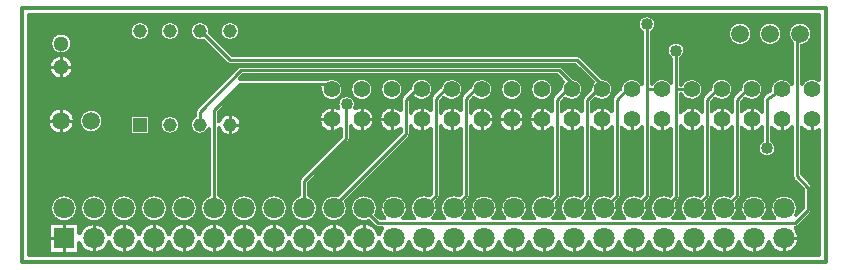
<source format=gbr>
G04 DesignSpark PCB Gerber Version 11.0 Build 5877*
%FSLAX35Y35*%
%MOIN*%
%ADD106R,0.04563X0.04563*%
%ADD103R,0.07087X0.07087*%
%ADD11C,0.01000*%
%ADD10C,0.01200*%
%ADD13C,0.04000*%
%ADD107C,0.04563*%
%ADD105C,0.05118*%
%ADD102C,0.05500*%
%ADD108C,0.05916*%
%ADD104C,0.07087*%
X0Y0D02*
D02*
D10*
X1083Y600D02*
X269075D01*
Y85314D01*
X1083D01*
Y600D01*
X3484Y82913D02*
Y3000D01*
X266676D01*
Y44368D01*
G75*
G02*
X260969Y45245I-2360J3654D01*
G01*
Y29709D01*
X263599Y27079D01*
G75*
G02*
X264569Y25608I-630J-1471D01*
G01*
Y17793D01*
G75*
G02*
X264099Y16660I-1600J0D01*
G01*
X259726Y12287D01*
G75*
G02*
X258909Y11848I-1133J1130D01*
G01*
G75*
G02*
X255079Y3272I-3830J-3433D01*
G01*
G75*
G02*
X250079Y7209I0J5143D01*
G01*
G75*
G02*
X240079I-5000J1206D01*
G01*
G75*
G02*
X230079I-5000J1206D01*
G01*
G75*
G02*
X220079I-5000J1206D01*
G01*
G75*
G02*
X210079I-5000J1206D01*
G01*
G75*
G02*
X200079I-5000J1206D01*
G01*
G75*
G02*
X190079I-5000J1206D01*
G01*
G75*
G02*
X180079I-5000J1206D01*
G01*
G75*
G02*
X170079I-5000J1206D01*
G01*
G75*
G02*
X160079I-5000J1206D01*
G01*
G75*
G02*
X150079I-5000J1206D01*
G01*
G75*
G02*
X140079I-5000J1206D01*
G01*
G75*
G02*
X130079I-5000J1206D01*
G01*
G75*
G02*
X120079I-5000J1206D01*
G01*
G75*
G02*
X110079I-5000J1206D01*
G01*
G75*
G02*
X100079I-5000J1206D01*
G01*
G75*
G02*
X90079I-5000J1206D01*
G01*
G75*
G02*
X80079I-5000J1206D01*
G01*
G75*
G02*
X70079I-5000J1206D01*
G01*
G75*
G02*
X60079I-5000J1206D01*
G01*
G75*
G02*
X50079I-5000J1206D01*
G01*
G75*
G02*
X40079I-5000J1206D01*
G01*
G75*
G02*
X30079I-5000J1206D01*
G01*
G75*
G02*
X20222Y6722I-5000J1206D01*
G01*
Y3273D01*
X9935D01*
Y13557D01*
X20222D01*
Y10108D01*
G75*
G02*
X30079Y9620I4857J-1693D01*
G01*
G75*
G02*
X40079I5000J-1206D01*
G01*
G75*
G02*
X50079I5000J-1206D01*
G01*
G75*
G02*
X60079I5000J-1206D01*
G01*
G75*
G02*
X70079I5000J-1206D01*
G01*
G75*
G02*
X80079I5000J-1206D01*
G01*
G75*
G02*
X90079I5000J-1206D01*
G01*
G75*
G02*
X100079I5000J-1206D01*
G01*
G75*
G02*
X110079I5000J-1206D01*
G01*
G75*
G02*
X120079I5000J-1206D01*
G01*
G75*
G02*
X121221Y11817I5000J-1206D01*
G01*
X119799D01*
G75*
G02*
X118667Y12287I0J1600D01*
G01*
X116836Y14117D01*
G75*
G02*
X110435Y18415I-1757J4298D01*
G01*
G75*
G02*
X115079Y23058I4643J0D01*
G01*
G75*
G02*
X119201Y16278I0J-4643D01*
G01*
X120462Y15017D01*
X121915D01*
G75*
G02*
X125079Y23058I3164J3398D01*
G01*
G75*
G02*
X128243Y15017I0J-4643D01*
G01*
X131915D01*
G75*
G02*
X136836Y22713I3164J3398D01*
G01*
X137415Y23292D01*
Y44969D01*
G75*
G02*
X130612Y45742I-3098J3053D01*
G01*
Y43107D01*
G75*
G02*
X130142Y41974I-1600J0D01*
G01*
X109027Y20859D01*
G75*
G02*
X105079Y13772I-3948J-2444D01*
G01*
G75*
G02*
X100435Y18415I0J4643D01*
G01*
G75*
G02*
X106483Y22841I4643J0D01*
G01*
X127412Y43770D01*
Y44966D01*
G75*
G02*
X119967Y48022I-3095J3056D01*
G01*
G75*
G02*
X127412Y51078I4350J0D01*
G01*
Y54680D01*
G75*
G02*
X127882Y55812I1600J0D01*
G01*
X130487Y58417D01*
G75*
G02*
X138167Y58022I3830J-395D01*
G01*
G75*
G02*
X131748Y55154I-3850J0D01*
G01*
X130612Y54017D01*
Y50302D01*
G75*
G02*
X137415Y51075I3705J-2280D01*
G01*
Y54989D01*
G75*
G02*
X137885Y56122I1600J0D01*
G01*
X140542Y58778D01*
G75*
G02*
X148167Y58022I3775J-756D01*
G01*
G75*
G02*
X141591Y55303I-3850J0D01*
G01*
X140615Y54326D01*
Y50307D01*
G75*
G02*
X147418Y51072I3702J-2285D01*
G01*
Y54989D01*
G75*
G02*
X147888Y56122I1600J0D01*
G01*
X150541Y58774D01*
G75*
G02*
X158167Y58022I3776J-752D01*
G01*
G75*
G02*
X151593Y55301I-3850J0D01*
G01*
X150618Y54326D01*
Y50312D01*
G75*
G02*
X158667Y48022I3698J-2290D01*
G01*
G75*
G02*
X150618Y45732I-4350J0D01*
G01*
Y22629D01*
G75*
G02*
X150148Y21496I-1600J0D01*
G01*
X149202Y20550D01*
G75*
G02*
X148243Y15017I-4123J-2135D01*
G01*
X151915D01*
G75*
G02*
X155079Y23058I3164J3398D01*
G01*
G75*
G02*
X158243Y15017I0J-4643D01*
G01*
X161915D01*
G75*
G02*
X165079Y23058I3164J3398D01*
G01*
G75*
G02*
X168243Y15017I0J-4643D01*
G01*
X171915D01*
G75*
G02*
X177062Y22613I3164J3398D01*
G01*
X177743Y23295D01*
Y45343D01*
G75*
G02*
X169967Y48022I-3427J2680D01*
G01*
G75*
G02*
X177743Y50702I4350J0D01*
G01*
Y54676D01*
G75*
G02*
X178213Y55809I1600J0D01*
G01*
X180467Y58063D01*
G75*
G02*
X181466Y60610I3850J-41D01*
G01*
X179306Y62770D01*
X74822D01*
X73631Y61579D01*
G75*
G02*
X73847Y61594I215J-1586D01*
G01*
X102879D01*
G75*
G02*
X108167Y58022I1437J-3572D01*
G01*
G75*
G02*
X100467I-3850J0D01*
G01*
G75*
G02*
X100485Y58394I3850J-1D01*
G01*
X74510D01*
X66694Y50578D01*
Y47386D01*
G75*
G02*
X74285Y46243I3709J-1143D01*
G01*
G75*
G02*
X66694Y45100I-3881J0D01*
G01*
Y22768D01*
G75*
G02*
X65079Y13772I-1616J-4353D01*
G01*
G75*
G02*
X63494Y22780I0J4643D01*
G01*
Y44871D01*
G75*
G02*
X57022Y46243I-3091J1372D01*
G01*
G75*
G02*
X58806Y49223I3381J0D01*
G01*
Y50616D01*
G75*
G02*
X59276Y51748I1600J0D01*
G01*
X73027Y65500D01*
G75*
G02*
X74160Y65970I1133J-1130D01*
G01*
X179969D01*
G75*
G02*
X181101Y65500I0J-1600D01*
G01*
X184754Y61847D01*
G75*
G02*
X188167Y58022I-438J-3825D01*
G01*
G75*
G02*
X181930Y55001I-3850J0D01*
G01*
X180943Y54014D01*
Y50769D01*
G75*
G02*
X187746Y50698I3373J-2746D01*
G01*
Y54367D01*
G75*
G02*
X188217Y55500I1600J0D01*
G01*
X190476Y57759D01*
G75*
G02*
X190467Y58022I3843J264D01*
G01*
G75*
G02*
X191322Y60441I3850J0D01*
G01*
X185555Y66209D01*
X70411D01*
G75*
G02*
X69278Y66677I-2J1600D01*
G01*
X61615Y74338D01*
G75*
G02*
X57022Y77495I-1211J3157D01*
G01*
G75*
G02*
X63785I3381J0D01*
G01*
G75*
G02*
X63707Y76772I-3382J0D01*
G01*
X71071Y69409D01*
X186217D01*
G75*
G02*
X187350Y68939I0J-1600D01*
G01*
X194418Y61871D01*
G75*
G02*
X198167Y58022I-102J-3849D01*
G01*
G75*
G02*
X192109Y54867I-3850J0D01*
G01*
X190946Y53704D01*
Y50772D01*
G75*
G02*
X197750Y50693I3370J-2750D01*
G01*
Y54676D01*
G75*
G02*
X198220Y55809I1600J0D01*
G01*
X200467Y58056D01*
G75*
G02*
X207753Y59758I3850J-34D01*
G01*
Y77032D01*
G75*
G02*
X206253Y79687I1600J2655D01*
G01*
G75*
G02*
X212453I3100J0D01*
G01*
G75*
G02*
X210953Y77032I-3100J0D01*
G01*
Y59895D01*
G75*
G02*
X217443Y60269I3364J-1873D01*
G01*
Y68280D01*
G75*
G02*
X215943Y70935I1600J2655D01*
G01*
G75*
G02*
X222143I3100J0D01*
G01*
G75*
G02*
X220643Y68280I-3100J0D01*
G01*
Y59622D01*
X220815D01*
G75*
G02*
X228167Y58022I3502J-1600D01*
G01*
G75*
G02*
X220815Y56422I-3850J0D01*
G01*
X220643D01*
Y50352D01*
G75*
G02*
X227759Y50681I3673J-2330D01*
G01*
Y54676D01*
G75*
G02*
X228229Y55809I1600J0D01*
G01*
X230467Y58047D01*
G75*
G02*
X238167Y58022I3850J-25D01*
G01*
G75*
G02*
X231939Y54994I-3850J0D01*
G01*
X230959Y54014D01*
Y50788D01*
G75*
G02*
X237762Y50677I3357J-2766D01*
G01*
Y54676D01*
G75*
G02*
X238232Y55809I1600J0D01*
G01*
X240467Y58044D01*
G75*
G02*
X248167Y58022I3850J-22D01*
G01*
G75*
G02*
X241941Y54993I-3850J0D01*
G01*
X240962Y54014D01*
Y50792D01*
G75*
G02*
X247765Y50673I3354J-2770D01*
G01*
Y54989D01*
G75*
G02*
X248536Y56357I1600J0D01*
G01*
X250496Y57546D01*
G75*
G02*
X250467Y58022I3819J476D01*
G01*
G75*
G02*
X257769Y59727I3850J0D01*
G01*
Y73532D01*
G75*
G02*
X256411Y76561I2700J3029D01*
G01*
G75*
G02*
X264526I4058J0D01*
G01*
G75*
G02*
X260969Y72535I-4058J0D01*
G01*
Y59923D01*
G75*
G02*
X266676Y61064I3348J-1901D01*
G01*
Y82913D01*
X3484D01*
X9583Y47490D02*
G75*
G02*
X18699I4558J0D01*
G01*
G75*
G02*
X9583I-4558J0D01*
G01*
X15079Y23058D02*
G75*
G02*
X19722Y18415I0J-4643D01*
G01*
G75*
G02*
X15079Y13772I-4643J0D01*
G01*
G75*
G02*
X10435Y18415I0J4643D01*
G01*
G75*
G02*
X15079Y23058I4643J0D01*
G01*
X14141Y69594D02*
G75*
G02*
X18300Y65435I0J-4159D01*
G01*
G75*
G02*
X14141Y61276I-4159J0D01*
G01*
G75*
G02*
X9982Y65435I0J4159D01*
G01*
G75*
G02*
X14141Y69594I4159J0D01*
G01*
X10482Y73309D02*
G75*
G02*
X17800I3659J0D01*
G01*
G75*
G02*
X10482I-3659J0D01*
G01*
X20083Y47490D02*
G75*
G02*
X28199I4058J0D01*
G01*
G75*
G02*
X20083I-4058J0D01*
G01*
X25079Y23058D02*
G75*
G02*
X29722Y18415I0J-4643D01*
G01*
G75*
G02*
X25079Y13772I-4643J0D01*
G01*
G75*
G02*
X20435Y18415I0J4643D01*
G01*
G75*
G02*
X25079Y23058I4643J0D01*
G01*
X35079D02*
G75*
G02*
X39722Y18415I0J-4643D01*
G01*
G75*
G02*
X35079Y13772I-4643J0D01*
G01*
G75*
G02*
X30435Y18415I0J4643D01*
G01*
G75*
G02*
X35079Y23058I4643J0D01*
G01*
X37021Y49624D02*
X43785D01*
Y42862D01*
X37021D01*
Y49624D01*
X45079Y23058D02*
G75*
G02*
Y13772I0J-4643D01*
G01*
G75*
G02*
X40435Y18415I0J4643D01*
G01*
G75*
G02*
X45079Y23058I4643J0D01*
G01*
X37022Y77495D02*
G75*
G02*
X43785I3381J0D01*
G01*
G75*
G02*
X37022I-3381J0D01*
G01*
X47022Y46243D02*
G75*
G02*
X53785I3381J0D01*
G01*
G75*
G02*
X47022I-3381J0D01*
G01*
X55079Y23058D02*
G75*
G02*
X59722Y18415I0J-4643D01*
G01*
G75*
G02*
X55079Y13772I-4643J0D01*
G01*
G75*
G02*
X50435Y18415I0J4643D01*
G01*
G75*
G02*
X55079Y23058I4643J0D01*
G01*
X47022Y77495D02*
G75*
G02*
X53785I3381J0D01*
G01*
G75*
G02*
X47022I-3381J0D01*
G01*
X67022D02*
G75*
G02*
X73785I3381J0D01*
G01*
G75*
G02*
X67022I-3381J0D01*
G01*
X236411Y76561D02*
G75*
G02*
X244526I4058J0D01*
G01*
G75*
G02*
X236411I-4058J0D01*
G01*
X246411D02*
G75*
G02*
X254526I4058J0D01*
G01*
G75*
G02*
X246411I-4058J0D01*
G01*
X110467Y58022D02*
G75*
G02*
X118167I3850J0D01*
G01*
G75*
G02*
X110467I-3850J0D01*
G01*
X120467D02*
G75*
G02*
X128167I3850J0D01*
G01*
G75*
G02*
X120467I-3850J0D01*
G01*
X159967Y48022D02*
G75*
G02*
X168667I4350J0D01*
G01*
G75*
G02*
X159967I-4350J0D01*
G01*
X160467Y58022D02*
G75*
G02*
X168167I3850J0D01*
G01*
G75*
G02*
X160467I-3850J0D01*
G01*
X170467D02*
G75*
G02*
X178167I3850J0D01*
G01*
G75*
G02*
X170467I-3850J0D01*
G01*
X112111Y51772D02*
G75*
G02*
X118667Y48022I2206J-3750D01*
G01*
G75*
G02*
X110606Y45752I-4350J0D01*
G01*
Y41547D01*
G75*
G02*
X110135Y40415I-1600J0D01*
G01*
X96680Y26958D01*
Y22773D01*
G75*
G02*
X95079Y13772I-1602J-4358D01*
G01*
G75*
G02*
X93480Y22774I0J4643D01*
G01*
Y27620D01*
G75*
G02*
X93950Y28753I1600J0D01*
G01*
X107406Y42210D01*
Y44959D01*
G75*
G02*
X99967Y48022I-3089J3063D01*
G01*
G75*
G02*
X106526Y51769I4350J0D01*
G01*
G75*
G02*
X106218Y53117I2792J1348D01*
G01*
G75*
G02*
X112418I3100J0D01*
G01*
G75*
G02*
X112111Y51772I-3100J0D01*
G01*
X85079Y23058D02*
G75*
G02*
X89722Y18415I0J-4643D01*
G01*
G75*
G02*
X85079Y13772I-4643J0D01*
G01*
G75*
G02*
X80435Y18415I0J4643D01*
G01*
G75*
G02*
X85079Y23058I4643J0D01*
G01*
X75079D02*
G75*
G02*
Y13772I0J-4643D01*
G01*
G75*
G02*
X70435Y18415I0J4643D01*
G01*
G75*
G02*
X75079Y23058I4643J0D01*
G01*
X4084Y18415D02*
G36*
X4084Y18415D02*
Y3600D01*
X9935D01*
Y13557D01*
X20222D01*
Y10108D01*
G75*
G02*
X30079Y9620I4857J-1693D01*
G01*
G75*
G02*
X40079I5000J-1206D01*
G01*
G75*
G02*
X50079I5000J-1206D01*
G01*
G75*
G02*
X60079I5000J-1206D01*
G01*
G75*
G02*
X70079I5000J-1206D01*
G01*
G75*
G02*
X80079I5000J-1206D01*
G01*
G75*
G02*
X90079I5000J-1206D01*
G01*
G75*
G02*
X100079I5000J-1206D01*
G01*
G75*
G02*
X110079I5000J-1206D01*
G01*
G75*
G02*
X120079I5000J-1206D01*
G01*
G75*
G02*
X121221Y11817I5002J-1206D01*
G01*
X119799D01*
G75*
G02*
X118667Y12287I0J1599D01*
G01*
X116836Y14117D01*
G75*
G02*
X110435Y18415I-1757J4298D01*
G01*
X109722D01*
G75*
G02*
X105079Y13772I-4643J0D01*
G01*
G75*
G02*
X100435Y18415I0J4643D01*
G01*
Y18415D01*
X99722D01*
G75*
G02*
X95079Y13772I-4643J0D01*
G01*
G75*
G02*
X90435Y18415I0J4643D01*
G01*
X89722D01*
Y18415D01*
G75*
G02*
X85079Y13772I-4643J0D01*
G01*
G75*
G02*
X80435Y18415I0J4643D01*
G01*
Y18415D01*
X79722D01*
G75*
G02*
X75079Y13772I-4643J0D01*
G01*
G75*
G02*
X70435Y18415I0J4643D01*
G01*
Y18415D01*
X69722D01*
G75*
G02*
X65079Y13772I-4643J0D01*
G01*
G75*
G02*
X60435Y18415I0J4643D01*
G01*
X59722D01*
Y18415D01*
G75*
G02*
X55079Y13772I-4643J0D01*
G01*
G75*
G02*
X50435Y18415I0J4643D01*
G01*
Y18415D01*
X49722D01*
G75*
G02*
X45079Y13772I-4643J0D01*
G01*
G75*
G02*
X40435Y18415I0J4643D01*
G01*
Y18415D01*
X39722D01*
Y18415D01*
G75*
G02*
X35079Y13772I-4643J0D01*
G01*
G75*
G02*
X30435Y18415I0J4643D01*
G01*
Y18415D01*
X29722D01*
Y18415D01*
G75*
G02*
X25079Y13772I-4643J0D01*
G01*
G75*
G02*
X20435Y18415I0J4643D01*
G01*
Y18415D01*
X19722D01*
Y18415D01*
G75*
G02*
X15079Y13772I-4643J0D01*
G01*
G75*
G02*
X10435Y18415I0J4643D01*
G01*
Y18415D01*
X4084D01*
G37*
X20222Y6722D02*
G36*
X20222Y6722D02*
Y3600D01*
X23270D01*
G75*
G02*
X20222Y6722I1808J4815D01*
G01*
G37*
X30079Y7209D02*
G36*
X30079Y7209D02*
G75*
G02*
X26887Y3600I-5000J1206D01*
G01*
X33270D01*
G75*
G02*
X30079Y7209I1808J4815D01*
G01*
G37*
X40079D02*
G36*
X40079Y7209D02*
G75*
G02*
X36887Y3600I-5000J1206D01*
G01*
X43270D01*
G75*
G02*
X40079Y7209I1808J4815D01*
G01*
G37*
X50079D02*
G36*
X50079Y7209D02*
G75*
G02*
X46887Y3600I-5000J1206D01*
G01*
X53270D01*
G75*
G02*
X50079Y7209I1808J4815D01*
G01*
G37*
X60079D02*
G36*
X60079Y7209D02*
G75*
G02*
X56887Y3600I-5000J1206D01*
G01*
X63270D01*
G75*
G02*
X60079Y7209I1808J4815D01*
G01*
G37*
X70079D02*
G36*
X70079Y7209D02*
G75*
G02*
X66887Y3600I-5000J1206D01*
G01*
X73270D01*
G75*
G02*
X70079Y7209I1808J4815D01*
G01*
G37*
X80079D02*
G36*
X80079Y7209D02*
G75*
G02*
X76887Y3600I-5000J1206D01*
G01*
X83270D01*
G75*
G02*
X80079Y7209I1808J4815D01*
G01*
G37*
X90079D02*
G36*
X90079Y7209D02*
G75*
G02*
X86887Y3600I-5000J1206D01*
G01*
X93270D01*
G75*
G02*
X90079Y7209I1808J4815D01*
G01*
G37*
X100079D02*
G36*
X100079Y7209D02*
G75*
G02*
X96887Y3600I-5000J1206D01*
G01*
X103270D01*
G75*
G02*
X100079Y7209I1808J4815D01*
G01*
G37*
X110079D02*
G36*
X110079Y7209D02*
G75*
G02*
X106887Y3600I-5000J1206D01*
G01*
X113270D01*
G75*
G02*
X110079Y7209I1808J4815D01*
G01*
G37*
X119722Y18415D02*
G36*
X119722Y18415D02*
G75*
G02*
X119201Y16278I-4643J0D01*
G01*
X120462Y15017D01*
X121915D01*
G75*
G02*
X120435Y18415I3165J3398D01*
G01*
X119722D01*
G37*
X120079Y7209D02*
G36*
X120079Y7209D02*
G75*
G02*
X116887Y3600I-5000J1206D01*
G01*
X123270D01*
G75*
G02*
X120079Y7209I1808J4815D01*
G01*
G37*
X129722Y18415D02*
G36*
X129722Y18415D02*
G75*
G02*
X128243Y15017I-4644J0D01*
G01*
X131915D01*
G75*
G02*
X130435Y18415I3164J3399D01*
G01*
X129722D01*
G37*
X130079Y7209D02*
G36*
X130079Y7209D02*
G75*
G02*
X126887Y3600I-5000J1206D01*
G01*
X133270D01*
G75*
G02*
X130079Y7209I1808J4815D01*
G01*
G37*
X140079D02*
G36*
X140079Y7209D02*
G75*
G02*
X136887Y3600I-5000J1206D01*
G01*
X143270D01*
G75*
G02*
X140079Y7209I1808J4815D01*
G01*
G37*
X149722Y18415D02*
G36*
X149722Y18415D02*
G75*
G02*
X148243Y15017I-4643J0D01*
G01*
X151915D01*
G75*
G02*
X150435Y18415I3165J3398D01*
G01*
X149722D01*
G37*
X150079Y7209D02*
G36*
X150079Y7209D02*
G75*
G02*
X146887Y3600I-5000J1206D01*
G01*
X153270D01*
G75*
G02*
X150079Y7209I1808J4815D01*
G01*
G37*
X159722Y18415D02*
G36*
X159722Y18415D02*
G75*
G02*
X158243Y15017I-4644J0D01*
G01*
X161915D01*
G75*
G02*
X160435Y18415I3165J3398D01*
G01*
X159722D01*
G37*
X160079Y7209D02*
G36*
X160079Y7209D02*
G75*
G02*
X156887Y3600I-5000J1206D01*
G01*
X163270D01*
G75*
G02*
X160079Y7209I1808J4815D01*
G01*
G37*
X169722Y18415D02*
G36*
X169722Y18415D02*
G75*
G02*
X168243Y15017I-4644J0D01*
G01*
X171915D01*
G75*
G02*
X170435Y18415I3165J3398D01*
G01*
X169722D01*
G37*
X170079Y7209D02*
G36*
X170079Y7209D02*
G75*
G02*
X166887Y3600I-5000J1206D01*
G01*
X173270D01*
G75*
G02*
X170079Y7209I1808J4815D01*
G01*
G37*
X180079D02*
G36*
X180079Y7209D02*
G75*
G02*
X176887Y3600I-5000J1206D01*
G01*
X183270D01*
G75*
G02*
X180079Y7209I1808J4815D01*
G01*
G37*
X190079D02*
G36*
X190079Y7209D02*
G75*
G02*
X186887Y3600I-5000J1206D01*
G01*
X193270D01*
G75*
G02*
X190079Y7209I1808J4815D01*
G01*
G37*
X200079D02*
G36*
X200079Y7209D02*
G75*
G02*
X196887Y3600I-5000J1206D01*
G01*
X203270D01*
G75*
G02*
X200079Y7209I1808J4815D01*
G01*
G37*
X210079D02*
G36*
X210079Y7209D02*
G75*
G02*
X206887Y3600I-5000J1206D01*
G01*
X213270D01*
G75*
G02*
X210079Y7209I1808J4815D01*
G01*
G37*
X220079D02*
G36*
X220079Y7209D02*
G75*
G02*
X216887Y3600I-5000J1206D01*
G01*
X223270D01*
G75*
G02*
X220079Y7209I1808J4815D01*
G01*
G37*
X230079D02*
G36*
X230079Y7209D02*
G75*
G02*
X226887Y3600I-5000J1206D01*
G01*
X233270D01*
G75*
G02*
X230079Y7209I1808J4815D01*
G01*
G37*
X240079D02*
G36*
X240079Y7209D02*
G75*
G02*
X236887Y3600I-5000J1206D01*
G01*
X243270D01*
G75*
G02*
X240079Y7209I1808J4815D01*
G01*
G37*
X250079D02*
G36*
X250079Y7209D02*
G75*
G02*
X246887Y3600I-5000J1206D01*
G01*
X253270D01*
G75*
G02*
X250079Y7209I1808J4815D01*
G01*
G37*
X259726Y12287D02*
G36*
X259726Y12287D02*
G75*
G02*
X258909Y11848I-1131J1127D01*
G01*
G75*
G02*
X260222Y8415I-3830J-3433D01*
G01*
G75*
G02*
X256887Y3600I-5143J0D01*
G01*
X266076D01*
Y18415D01*
X264569D01*
Y17793D01*
Y17793D01*
G75*
G02*
X264099Y16660I-1599J0D01*
G01*
X259726Y12287D01*
G37*
X4084Y47490D02*
G36*
X4084Y47490D02*
Y18415D01*
X10435D01*
Y18415D01*
G75*
G02*
X15079Y23058I4643J0D01*
G01*
G75*
G02*
X19722Y18415I0J-4643D01*
G01*
Y18415D01*
X20435D01*
Y18415D01*
G75*
G02*
X25079Y23058I4643J0D01*
G01*
G75*
G02*
X29722Y18415I0J-4643D01*
G01*
Y18415D01*
X30435D01*
Y18415D01*
G75*
G02*
X35079Y23058I4643J0D01*
G01*
G75*
G02*
X39722Y18415I0J-4643D01*
G01*
Y18415D01*
X40435D01*
Y18415D01*
G75*
G02*
X45079Y23058I4643J0D01*
G01*
G75*
G02*
X49722Y18415I0J-4643D01*
G01*
X50435D01*
Y18415D01*
G75*
G02*
X55079Y23058I4643J0D01*
G01*
G75*
G02*
X59722Y18415I0J-4643D01*
G01*
Y18415D01*
X60435D01*
G75*
G02*
X63494Y22780I4643J0D01*
G01*
Y44871D01*
G75*
G02*
X57022Y46243I-3091J1372D01*
G01*
G75*
G02*
X57261Y47490I3383J0D01*
G01*
X53547D01*
G75*
G02*
X53785Y46243I-3143J-1247D01*
G01*
G75*
G02*
X47022I-3381J0D01*
G01*
G75*
G02*
X47261Y47490I3381J0D01*
G01*
X43785D01*
Y42862D01*
X37021D01*
Y47490D01*
X28199D01*
G75*
G02*
X20083I-4058J0D01*
G01*
X18699D01*
G75*
G02*
X9583I-4558J0D01*
G01*
X4084D01*
G37*
X66694Y45100D02*
G36*
X66694Y45100D02*
Y22768D01*
G75*
G02*
X69722Y18415I-1616J-4353D01*
G01*
X70435D01*
Y18415D01*
G75*
G02*
X75079Y23058I4643J0D01*
G01*
G75*
G02*
X79722Y18415I0J-4643D01*
G01*
X80435D01*
Y18415D01*
G75*
G02*
X85079Y23058I4643J0D01*
G01*
G75*
G02*
X89722Y18415I0J-4643D01*
G01*
Y18415D01*
X90435D01*
G75*
G02*
X93480Y22774I4643J0D01*
G01*
Y27620D01*
Y27621D01*
G75*
G02*
X93950Y28753I1599J0D01*
G01*
X107406Y42210D01*
Y44959D01*
G75*
G02*
X99999Y47490I-3089J3063D01*
G01*
X74080D01*
G75*
G02*
X74285Y46243I-3676J-1246D01*
G01*
G75*
G02*
X66694Y45100I-3881J0D01*
G01*
G37*
Y47490D02*
G36*
X66694Y47490D02*
Y47386D01*
G75*
G02*
X66728Y47490I3711J-1142D01*
G01*
X66694D01*
G37*
X96680Y26958D02*
G36*
X96680Y26958D02*
Y22773D01*
G75*
G02*
X99722Y18415I-1602J-4358D01*
G01*
X100435D01*
G75*
G02*
Y18416I6445J0D01*
G01*
G75*
G02*
X106483Y22841I4643J0D01*
G01*
X127412Y43770D01*
Y44966D01*
G75*
G02*
X119999Y47490I-3095J3056D01*
G01*
X118634D01*
G75*
G02*
X110606Y45752I-4317J532D01*
G01*
Y41547D01*
Y41547D01*
G75*
G02*
X110135Y40415I-1599J0D01*
G01*
X96680Y26958D01*
G37*
X109722Y18415D02*
G36*
X109722Y18415D02*
X110435D01*
Y18415D01*
G75*
G02*
X115079Y23058I4643J0D01*
G01*
G75*
G02*
X119722Y18415I0J-4643D01*
G01*
X120435D01*
G75*
G02*
X125079Y23058I4643J0D01*
G01*
G75*
G02*
X129722Y18415I0J-4643D01*
G01*
X130435D01*
G75*
G02*
X136836Y22713I4643J0D01*
G01*
X137415Y23292D01*
Y44969D01*
G75*
G02*
X130612Y45742I-3098J3054D01*
G01*
Y43107D01*
Y43107D01*
G75*
G02*
X130142Y41974I-1599J0D01*
G01*
X109027Y20859D01*
G75*
G02*
X109722Y18415I-3949J-2444D01*
G01*
G37*
X149202Y20550D02*
G36*
X149202Y20550D02*
G75*
G02*
X149722Y18415I-4123J-2135D01*
G01*
X150435D01*
G75*
G02*
X155079Y23058I4643J0D01*
G01*
G75*
G02*
X159722Y18415I0J-4643D01*
G01*
X160435D01*
G75*
G02*
X165079Y23058I4643J0D01*
G01*
G75*
G02*
X169722Y18415I0J-4643D01*
G01*
X170435D01*
G75*
G02*
X177062Y22613I4643J0D01*
G01*
X177743Y23295D01*
Y45343D01*
G75*
G02*
X169999Y47490I-3427J2680D01*
G01*
X168634D01*
G75*
G02*
X159999I-4317J532D01*
G01*
X158634D01*
G75*
G02*
X150618Y45732I-4317J532D01*
G01*
Y22629D01*
Y22629D01*
G75*
G02*
X150148Y21496I-1599J0D01*
G01*
X149202Y20550D01*
G37*
X260969Y45245D02*
G36*
X260969Y45245D02*
Y29709D01*
X263599Y27079D01*
G75*
G02*
X264569Y25608I-630J-1471D01*
G01*
Y18415D01*
X266076D01*
Y44044D01*
G75*
G02*
X260969Y45245I-1760J3978D01*
G01*
G37*
X4084Y58022D02*
G36*
X4084Y58022D02*
Y47490D01*
X9583D01*
G75*
G02*
X18699I4558J0D01*
G01*
X20083D01*
G75*
G02*
X28199I4058J0D01*
G01*
X37021D01*
Y49624D01*
X43785D01*
Y47490D01*
X47261D01*
G75*
G02*
X53547I3143J-1246D01*
G01*
X57261D01*
G75*
G02*
X58806Y49223I3144J-1247D01*
G01*
Y50616D01*
Y50616D01*
G75*
G02*
X59276Y51748I1599J0D01*
G01*
X65549Y58022D01*
X4084D01*
G37*
X66694Y50578D02*
G36*
X66694Y50578D02*
Y47490D01*
X66728D01*
G75*
G02*
X74080I3676J-1246D01*
G01*
X99999D01*
G75*
G02*
X99967Y48022I4318J532D01*
G01*
G75*
G02*
X106526Y51769I4350J0D01*
G01*
G75*
G02*
X106218Y53115I2787J1346D01*
G01*
G75*
G02*
Y53117I3562J1D01*
G01*
G75*
G02*
X112418I3100J0D01*
G01*
G75*
G02*
X112111Y51772I-3106J2D01*
G01*
G75*
G02*
X118667Y48022I2206J-3750D01*
G01*
Y48022D01*
G75*
G02*
X118634Y47490I-4350J0D01*
G01*
X119999D01*
G75*
G02*
X119967Y48022I4318J532D01*
G01*
G75*
G02*
X127412Y51078I4350J0D01*
G01*
Y54680D01*
Y54680D01*
G75*
G02*
X127882Y55812I1599J0D01*
G01*
X130092Y58022D01*
X128167D01*
G75*
G02*
X120467I-3850J0D01*
G01*
X118167D01*
G75*
G02*
X110467I-3850J0D01*
G01*
X108167D01*
G75*
G02*
X100467I-3850J0D01*
G01*
X74138D01*
X66694Y50578D01*
G37*
X130612Y54017D02*
G36*
X130612Y54017D02*
Y50302D01*
G75*
G02*
X137415Y51075I3705J-2280D01*
G01*
Y54989D01*
Y54989D01*
G75*
G02*
X137885Y56122I1599J0D01*
G01*
X139785Y58022D01*
X138167D01*
G75*
G02*
X131748Y55154I-3850J0D01*
G01*
X130612Y54017D01*
G37*
X140615Y54326D02*
G36*
X140615Y54326D02*
Y50307D01*
G75*
G02*
X147418Y51072I3702J-2285D01*
G01*
Y54989D01*
Y54989D01*
G75*
G02*
X147888Y56122I1599J0D01*
G01*
X149789Y58022D01*
X148167D01*
G75*
G02*
X141591Y55303I-3850J0D01*
G01*
X140615Y54326D01*
G37*
X150618D02*
G36*
X150618Y54326D02*
Y50312D01*
G75*
G02*
X158667Y48022I3698J-2290D01*
G01*
G75*
G02*
X158634Y47490I-4350J0D01*
G01*
X159999D01*
G75*
G02*
X159967Y48022I4318J532D01*
G01*
G75*
G02*
X168667I4350J0D01*
G01*
G75*
G02*
X168634Y47490I-4350J0D01*
G01*
X169999D01*
G75*
G02*
X169967Y48022I4318J532D01*
G01*
G75*
G02*
X177743Y50702I4350J0D01*
G01*
Y54676D01*
Y54677D01*
G75*
G02*
X178213Y55809I1599J0D01*
G01*
X180426Y58022D01*
X178167D01*
G75*
G02*
X170467I-3850J0D01*
G01*
X168167D01*
G75*
G02*
X160467I-3850J0D01*
G01*
X158167D01*
G75*
G02*
X151593Y55301I-3850J0D01*
G01*
X150618Y54326D01*
G37*
X180943Y54014D02*
G36*
X180943Y54014D02*
Y50769D01*
G75*
G02*
X187746Y50698I3373J-2747D01*
G01*
Y54367D01*
Y54367D01*
G75*
G02*
X188217Y55500I1599J0D01*
G01*
X190476Y57759D01*
G75*
G02*
X190467Y58022I3992J269D01*
G01*
X188167D01*
G75*
G02*
X181930Y55001I-3850J0D01*
G01*
X180943Y54014D01*
G37*
X190946Y53704D02*
G36*
X190946Y53704D02*
Y50772D01*
G75*
G02*
X197750Y50693I3370J-2750D01*
G01*
Y54676D01*
Y54677D01*
G75*
G02*
X198220Y55809I1599J0D01*
G01*
X200432Y58022D01*
X198167D01*
G75*
G02*
X192109Y54867I-3850J0D01*
G01*
X190946Y53704D01*
G37*
X220643Y56422D02*
G36*
X220643Y56422D02*
Y50352D01*
G75*
G02*
X227759Y50681I3673J-2330D01*
G01*
Y54676D01*
Y54677D01*
G75*
G02*
X228229Y55809I1599J0D01*
G01*
X230442Y58022D01*
X228167D01*
G75*
G02*
X220815Y56422I-3850J0D01*
G01*
X220643D01*
G37*
X230959Y54014D02*
G36*
X230959Y54014D02*
Y50788D01*
G75*
G02*
X237762Y50677I3357J-2766D01*
G01*
Y54676D01*
Y54677D01*
G75*
G02*
X238232Y55809I1599J0D01*
G01*
X240445Y58022D01*
X238167D01*
G75*
G02*
X231939Y54994I-3850J0D01*
G01*
X230959Y54014D01*
G37*
X240962D02*
G36*
X240962Y54014D02*
Y50792D01*
G75*
G02*
X247765Y50673I3354J-2770D01*
G01*
Y54989D01*
G75*
G02*
X248536Y56357I1600J0D01*
G01*
X250496Y57546D01*
G75*
G02*
X250467Y58022I3866J479D01*
G01*
X248167D01*
G75*
G02*
X241941Y54993I-3850J0D01*
G01*
X240962Y54014D01*
G37*
X4084Y65435D02*
G36*
X4084Y65435D02*
Y58022D01*
X65549D01*
X72962Y65435D01*
X18300D01*
G75*
G02*
X14141Y61276I-4159J0D01*
G01*
G75*
G02*
X9982Y65435I0J4159D01*
G01*
X4084D01*
G37*
X73631Y61579D02*
G36*
X73631Y61579D02*
G75*
G02*
X73847Y61594I213J-1543D01*
G01*
X102879D01*
G75*
G02*
X108167Y58022I1437J-3572D01*
G01*
X110467D01*
G75*
G02*
X118167I3850J0D01*
G01*
X120467D01*
G75*
G02*
X128167I3850J0D01*
G01*
X130092D01*
X130487Y58417D01*
G75*
G02*
X138167Y58022I3830J-395D01*
G01*
X139785D01*
X140542Y58778D01*
G75*
G02*
X148167Y58022I3775J-756D01*
G01*
X149789D01*
X150541Y58774D01*
G75*
G02*
X158167Y58022I3776J-752D01*
G01*
X160467D01*
G75*
G02*
X168167I3850J0D01*
G01*
X170467D01*
G75*
G02*
X178167I3850J0D01*
G01*
X180426D01*
X180467Y58063D01*
G75*
G02*
X181466Y60610I3851J-41D01*
G01*
X179306Y62770D01*
X74822D01*
X73631Y61579D01*
G37*
X74510Y58394D02*
G36*
X74510Y58394D02*
X74138Y58022D01*
X100467D01*
G75*
G02*
X100485Y58394I4004J-9D01*
G01*
X74510D01*
G37*
X181167Y65435D02*
G36*
X181167Y65435D02*
X184754Y61847D01*
G75*
G02*
X188167Y58022I-438J-3826D01*
G01*
X190467D01*
G75*
G02*
X191322Y60441I3850J0D01*
G01*
X186329Y65435D01*
X181167D01*
G37*
X190854D02*
G36*
X190854Y65435D02*
X194418Y61871D01*
G75*
G02*
X198167Y58022I-102J-3849D01*
G01*
X200432D01*
X200467Y58056D01*
G75*
G02*
X207753Y59758I3850J-34D01*
G01*
Y65435D01*
X190854D01*
G37*
X210953D02*
G36*
X210953Y65435D02*
Y59895D01*
G75*
G02*
X217443Y60269I3364J-1873D01*
G01*
Y65435D01*
X210953D01*
G37*
X220643D02*
G36*
X220643Y65435D02*
Y59622D01*
X220815D01*
G75*
G02*
X228167Y58022I3502J-1600D01*
G01*
X230442D01*
X230467Y58047D01*
G75*
G02*
X238167Y58022I3850J-25D01*
G01*
X240445D01*
X240467Y58044D01*
G75*
G02*
X248167Y58022I3850J-22D01*
G01*
X250467D01*
G75*
G02*
X257769Y59727I3850J0D01*
G01*
Y65435D01*
X220643D01*
G37*
X260969D02*
G36*
X260969Y65435D02*
Y59923D01*
G75*
G02*
X266076Y61446I3348J-1901D01*
G01*
Y65435D01*
X260969D01*
G37*
X4084Y73309D02*
G36*
X4084Y73309D02*
Y65435D01*
X9982D01*
G75*
G02*
X14141Y69594I4159J0D01*
G01*
G75*
G02*
X18300Y65435I0J-4159D01*
G01*
X72962D01*
X73027Y65500D01*
G75*
G02*
X74160Y65970I1132J-1129D01*
G01*
X179969D01*
G75*
G02*
X181101Y65500I0J-1599D01*
G01*
X181167Y65435D01*
X186329D01*
X185555Y66209D01*
X70411D01*
G75*
G02*
X69278Y66677I-2J1599D01*
G01*
X62645Y73309D01*
X17800D01*
G75*
G02*
X10482I-3659J0D01*
G01*
X4084D01*
G37*
X67170D02*
G36*
X67170Y73309D02*
X71071Y69409D01*
X186217D01*
G75*
G02*
X187350Y68939I0J-1599D01*
G01*
X190854Y65435D01*
X207753D01*
Y73309D01*
X67170D01*
G37*
X210953D02*
G36*
X210953Y73309D02*
Y65435D01*
X217443D01*
Y68280D01*
G75*
G02*
X215943Y70934I1599J2655D01*
G01*
Y70935D01*
G75*
G02*
X217050Y73309I3100J0D01*
G01*
X210953D01*
G37*
X220643Y68280D02*
G36*
X220643Y68280D02*
Y65435D01*
X257769D01*
Y73309D01*
X252894D01*
G75*
G02*
X248043I-2426J3253D01*
G01*
X242894D01*
G75*
G02*
X238043I-2426J3253D01*
G01*
X221037D01*
G75*
G02*
X222143Y70935I-1993J-2374D01*
G01*
Y70934D01*
G75*
G02*
X220643Y68280I-3099J0D01*
G01*
G37*
X260969Y72535D02*
G36*
X260969Y72535D02*
Y65435D01*
X266076D01*
Y73309D01*
X262894D01*
G75*
G02*
X260969Y72535I-2426J3254D01*
G01*
G37*
X4084Y77495D02*
G36*
X4084Y77495D02*
Y73309D01*
X10482D01*
G75*
G02*
X17800I3659J0D01*
G01*
X62645D01*
X61615Y74338D01*
G75*
G02*
X57022Y77495I-1211J3157D01*
G01*
X53785D01*
G75*
G02*
X47022I-3381J0D01*
G01*
X43785D01*
G75*
G02*
X37022I-3381J0D01*
G01*
X4084D01*
G37*
X63785D02*
G36*
X63785Y77495D02*
G75*
G02*
X63707Y76772I-3391J1D01*
G01*
X67170Y73309D01*
X207753D01*
Y77032D01*
G75*
G02*
X207161Y77495I1599J2655D01*
G01*
X73785D01*
G75*
G02*
X67022I-3381J0D01*
G01*
X63785D01*
G37*
X210953Y77032D02*
G36*
X210953Y77032D02*
Y73309D01*
X217050D01*
G75*
G02*
X221037I1993J-2374D01*
G01*
X238043D01*
G75*
G02*
X236411Y76561I2426J3253D01*
G01*
G75*
G02*
X236520Y77495I4058J0D01*
G01*
X211545D01*
G75*
G02*
X210953Y77032I-2191J2192D01*
G01*
G37*
X244526Y76561D02*
G36*
X244526Y76561D02*
G75*
G02*
X242894Y73309I-4058J0D01*
G01*
X248043D01*
G75*
G02*
X246411Y76561I2426J3253D01*
G01*
G75*
G02*
X246520Y77495I4058J0D01*
G01*
X244417D01*
G75*
G02*
X244526Y76561I-3949J-934D01*
G01*
G37*
X254526D02*
G36*
X254526Y76561D02*
G75*
G02*
X252894Y73309I-4058J0D01*
G01*
X257769D01*
Y73532D01*
G75*
G02*
X256411Y76561I2701J3030D01*
G01*
G75*
G02*
X256520Y77495I4058J0D01*
G01*
X254417D01*
G75*
G02*
X254526Y76561I-3949J-934D01*
G01*
G37*
X264526D02*
G36*
X264526Y76561D02*
G75*
G02*
X262894Y73309I-4058J0D01*
G01*
X266076D01*
Y77495D01*
X264417D01*
G75*
G02*
X264526Y76561I-3949J-934D01*
G01*
G37*
X4084Y82313D02*
G36*
X4084Y82313D02*
Y77495D01*
X37022D01*
G75*
G02*
X43785I3381J0D01*
G01*
X47022D01*
G75*
G02*
X53785I3381J0D01*
G01*
X57022D01*
G75*
G02*
X63785I3381J0D01*
G01*
X67022D01*
G75*
G02*
X73785I3381J0D01*
G01*
X207161D01*
G75*
G02*
X206253Y79687I2191J2192D01*
G01*
Y79687D01*
G75*
G02*
X207704Y82313I3100J0D01*
G01*
X4084D01*
G37*
X211002D02*
G36*
X211002Y82313D02*
G75*
G02*
X212453Y79687I-1649J-2625D01*
G01*
Y79687D01*
G75*
G02*
X211545Y77495I-3099J0D01*
G01*
X236520D01*
G75*
G02*
X244417I3949J-934D01*
G01*
X246520D01*
G75*
G02*
X254417I3949J-934D01*
G01*
X256520D01*
G75*
G02*
X264417I3949J-934D01*
G01*
X266076D01*
Y82313D01*
X211002D01*
G37*
X139201Y20552D02*
G75*
G02*
X138243Y15017I-4122J-2137D01*
G01*
X141915D01*
G75*
G02*
X146838Y22712I3164J3398D01*
G01*
X147418Y23292D01*
Y44972D01*
G75*
G02*
X140615Y45737I-3102J3050D01*
G01*
Y22629D01*
G75*
G02*
X140145Y21496I-1600J0D01*
G01*
X139201Y20552D01*
G36*
X139201Y20552D02*
G75*
G02*
X138243Y15017I-4122J-2137D01*
G01*
X141915D01*
G75*
G02*
X146838Y22712I3164J3398D01*
G01*
X147418Y23292D01*
Y44972D01*
G75*
G02*
X140615Y45737I-3102J3050D01*
G01*
Y22629D01*
G75*
G02*
X140145Y21496I-1600J0D01*
G01*
X139201Y20552D01*
G37*
X179307Y20333D02*
G75*
G02*
X178243Y15017I-4228J-1919D01*
G01*
X181915D01*
G75*
G02*
X187165Y22563I3164J3398D01*
G01*
X187746Y23144D01*
Y45346D01*
G75*
G02*
X180943Y45276I-3430J2676D01*
G01*
Y22632D01*
G75*
G02*
X180473Y21500I-1600J0D01*
G01*
X179307Y20333D01*
G36*
X179307Y20333D02*
G75*
G02*
X178243Y15017I-4228J-1919D01*
G01*
X181915D01*
G75*
G02*
X187165Y22563I3164J3398D01*
G01*
X187746Y23144D01*
Y45346D01*
G75*
G02*
X180943Y45276I-3430J2676D01*
G01*
Y22632D01*
G75*
G02*
X180473Y21500I-1600J0D01*
G01*
X179307Y20333D01*
G37*
X189354Y20227D02*
G75*
G02*
X188243Y15017I-4275J-1812D01*
G01*
X191915D01*
G75*
G02*
X197066Y22611I3164J3398D01*
G01*
X197750Y23295D01*
Y45351D01*
G75*
G02*
X190946Y45272I-3433J2671D01*
G01*
Y22482D01*
G75*
G02*
X190476Y21349I-1600J0D01*
G01*
X189354Y20227D01*
G36*
X189354Y20227D02*
G75*
G02*
X188243Y15017I-4275J-1812D01*
G01*
X191915D01*
G75*
G02*
X197066Y22611I3164J3398D01*
G01*
X197750Y23295D01*
Y45351D01*
G75*
G02*
X190946Y45272I-3433J2671D01*
G01*
Y22482D01*
G75*
G02*
X190476Y21349I-1600J0D01*
G01*
X189354Y20227D01*
G37*
X199309Y20329D02*
G75*
G02*
X198243Y15017I-4230J-1914D01*
G01*
X201915D01*
G75*
G02*
X207169Y22561I3164J3398D01*
G01*
X207753Y23144D01*
Y45355D01*
G75*
G02*
X200950Y45268I-3436J2667D01*
G01*
Y22632D01*
G75*
G02*
X200480Y21500I-1600J0D01*
G01*
X199309Y20329D01*
G36*
X199309Y20329D02*
G75*
G02*
X198243Y15017I-4230J-1914D01*
G01*
X201915D01*
G75*
G02*
X207169Y22561I3164J3398D01*
G01*
X207753Y23144D01*
Y45355D01*
G75*
G02*
X200950Y45268I-3436J2667D01*
G01*
Y22632D01*
G75*
G02*
X200480Y21500I-1600J0D01*
G01*
X199309Y20329D01*
G37*
X209356Y20222D02*
G75*
G02*
X208243Y15017I-4277J-1807D01*
G01*
X211915D01*
G75*
G02*
X217171Y22560I3164J3398D01*
G01*
X217443Y22832D01*
Y44998D01*
G75*
G02*
X210953Y45264I-3127J3024D01*
G01*
Y22482D01*
G75*
G02*
X210483Y21349I-1600J0D01*
G01*
X209356Y20222D01*
G36*
X209356Y20222D02*
G75*
G02*
X208243Y15017I-4277J-1807D01*
G01*
X211915D01*
G75*
G02*
X217171Y22560I3164J3398D01*
G01*
X217443Y22832D01*
Y44998D01*
G75*
G02*
X210953Y45264I-3127J3024D01*
G01*
Y22482D01*
G75*
G02*
X210483Y21349I-1600J0D01*
G01*
X209356Y20222D01*
G37*
X219357Y20220D02*
G75*
G02*
X218243Y15017I-4278J-1805D01*
G01*
X221915D01*
G75*
G02*
X227072Y22608I3164J3398D01*
G01*
X227759Y23295D01*
Y45363D01*
G75*
G02*
X220643Y45692I-3443J2659D01*
G01*
Y22169D01*
G75*
G02*
X220173Y21037I-1600J0D01*
G01*
X219357Y20220D01*
G36*
X219357Y20220D02*
G75*
G02*
X218243Y15017I-4278J-1805D01*
G01*
X221915D01*
G75*
G02*
X227072Y22608I3164J3398D01*
G01*
X227759Y23295D01*
Y45363D01*
G75*
G02*
X220643Y45692I-3443J2659D01*
G01*
Y22169D01*
G75*
G02*
X220173Y21037I-1600J0D01*
G01*
X219357Y20220D01*
G37*
X229312Y20322D02*
G75*
G02*
X228243Y15017I-4233J-1907D01*
G01*
X231915D01*
G75*
G02*
X237075Y22607I3164J3398D01*
G01*
X237762Y23295D01*
Y45367D01*
G75*
G02*
X230959Y45256I-3446J2655D01*
G01*
Y22632D01*
G75*
G02*
X230489Y21500I-1600J0D01*
G01*
X229312Y20322D01*
G36*
X229312Y20322D02*
G75*
G02*
X228243Y15017I-4233J-1907D01*
G01*
X231915D01*
G75*
G02*
X237075Y22607I3164J3398D01*
G01*
X237762Y23295D01*
Y45367D01*
G75*
G02*
X230959Y45256I-3446J2655D01*
G01*
Y22632D01*
G75*
G02*
X230489Y21500I-1600J0D01*
G01*
X229312Y20322D01*
G37*
X239313Y20320D02*
G75*
G02*
X238243Y15017I-4234J-1906D01*
G01*
X241915D01*
G75*
G02*
X245079Y23058I3164J3398D01*
G01*
G75*
G02*
X248243Y15017I0J-4643D01*
G01*
X251915D01*
G75*
G02*
X255079Y23058I3164J3398D01*
G01*
G75*
G02*
X259211Y16298I0J-4643D01*
G01*
X261369Y18456D01*
Y24783D01*
X258239Y27914D01*
G75*
G02*
X257769Y29046I1130J1133D01*
G01*
Y45375D01*
G75*
G02*
X250965Y45248I-3452J2647D01*
G01*
Y41080D01*
G75*
G02*
X252465Y38424I-1600J-2655D01*
G01*
G75*
G02*
X246265I-3100J0D01*
G01*
G75*
G02*
X247765Y41080I3100J0D01*
G01*
Y45371D01*
G75*
G02*
X240962Y45252I-3449J2651D01*
G01*
Y22632D01*
G75*
G02*
X240492Y21500I-1600J0D01*
G01*
X239313Y20320D01*
G36*
X239313Y20320D02*
G75*
G02*
X238243Y15017I-4234J-1906D01*
G01*
X241915D01*
G75*
G02*
X245079Y23058I3164J3398D01*
G01*
G75*
G02*
X248243Y15017I0J-4643D01*
G01*
X251915D01*
G75*
G02*
X255079Y23058I3164J3398D01*
G01*
G75*
G02*
X259211Y16298I0J-4643D01*
G01*
X261369Y18456D01*
Y24783D01*
X258239Y27914D01*
G75*
G02*
X257769Y29046I1130J1133D01*
G01*
Y45375D01*
G75*
G02*
X250965Y45248I-3452J2647D01*
G01*
Y41080D01*
G75*
G02*
X252465Y38424I-1600J-2655D01*
G01*
G75*
G02*
X246265I-3100J0D01*
G01*
G75*
G02*
X247765Y41080I3100J0D01*
G01*
Y45371D01*
G75*
G02*
X240962Y45252I-3449J2651D01*
G01*
Y22632D01*
G75*
G02*
X240492Y21500I-1600J0D01*
G01*
X239313Y20320D01*
G37*
D02*
D11*
X11683Y47490D02*
X9583D01*
X12035Y8415D02*
X9935D01*
X12082Y65435D02*
X9982D01*
X14141Y45032D02*
Y42932D01*
Y49948D02*
Y52048D01*
Y63376D02*
Y61276D01*
Y67494D02*
Y69594D01*
X15079Y5372D02*
Y3273D01*
Y11458D02*
Y13557D01*
X16200Y65435D02*
X18300D01*
X16599Y47490D02*
X18699D01*
X25079Y5372D02*
Y3272D01*
Y11458D02*
Y13558D01*
X35079Y5372D02*
Y3272D01*
Y11458D02*
Y13558D01*
X45079Y5372D02*
Y3272D01*
Y11458D02*
Y13558D01*
X55079Y5372D02*
Y3272D01*
Y11458D02*
Y13558D01*
X60404Y46243D02*
X60406D01*
Y50616D01*
X74160Y64370D01*
X179969D01*
X184317Y60022D01*
Y58022D01*
X65079Y5372D02*
Y3272D01*
Y11458D02*
Y13558D01*
Y18415D02*
X65720D01*
X65094Y19040D01*
Y51241D01*
X73847Y59994D01*
X82438D01*
X104317D01*
Y58022D01*
X70404Y44462D02*
Y42362D01*
Y48025D02*
Y50125D01*
X72185Y46243D02*
X74285D01*
X75079Y5372D02*
Y3272D01*
Y11458D02*
Y13558D01*
X85079Y5372D02*
Y3272D01*
Y11458D02*
Y13558D01*
X95079Y5372D02*
Y3272D01*
Y11458D02*
Y13558D01*
X102067Y48022D02*
X99967D01*
X104317Y45772D02*
Y43672D01*
Y50272D02*
Y52372D01*
X105079Y5372D02*
Y3272D01*
Y11458D02*
Y13558D01*
Y18415D02*
Y19174D01*
X129012Y43107D01*
Y54680D01*
X134013Y59681D01*
X134317D01*
Y58022D01*
X109318Y53117D02*
X109006D01*
Y41547D01*
X95079Y27620D01*
Y18415D01*
X114317Y45772D02*
Y43672D01*
Y50272D02*
Y52372D01*
X115079Y5372D02*
Y3272D01*
Y11458D02*
Y13558D01*
X116567Y48022D02*
X118667D01*
X122067D02*
X119967D01*
X124317Y45772D02*
Y43672D01*
Y50272D02*
Y52372D01*
X125079Y5372D02*
Y3272D01*
X134317Y45772D02*
Y43672D01*
Y50272D02*
Y52372D01*
X135079Y5372D02*
Y3272D01*
Y18415D02*
X135117Y18418D01*
Y18731D01*
X139015Y22629D01*
Y54989D01*
X142048Y58022D01*
X144317D01*
Y45772D02*
Y43672D01*
Y50272D02*
Y52372D01*
X145079Y5372D02*
Y3272D01*
Y18415D02*
X145120Y18418D01*
Y18731D01*
X149018Y22629D01*
Y54989D01*
X152051Y58022D01*
X154317D01*
Y45772D02*
Y43672D01*
Y50272D02*
Y52372D01*
X155079Y5372D02*
Y3272D01*
X156567Y48022D02*
X158667D01*
X162067D02*
X159967D01*
X164317Y45772D02*
Y43672D01*
Y50272D02*
Y52372D01*
X165079Y5372D02*
Y3272D01*
X166567Y48022D02*
X168667D01*
X172067D02*
X169967D01*
X174317Y45772D02*
Y43672D01*
Y50272D02*
Y52372D01*
X175079Y5372D02*
Y3272D01*
Y18415D02*
X175129Y18418D01*
X179343Y22632D01*
Y54676D01*
X182689Y58022D01*
X184317D01*
Y45772D02*
Y43672D01*
Y50272D02*
Y52372D01*
X185079Y5372D02*
Y3272D01*
X194317Y45772D02*
Y43672D01*
Y50272D02*
Y52372D01*
Y58022D02*
X194345D01*
Y59681D01*
Y59365D01*
X189346Y54367D01*
Y22482D01*
X185079Y18214D01*
Y18415D01*
X194345Y59681D02*
X186217Y67809D01*
X70409D01*
X60722Y77495D01*
X60404D01*
X195079Y5372D02*
Y3272D01*
Y18415D02*
X195135Y18418D01*
X199350Y22632D01*
Y54676D01*
X202695Y58022D01*
X204317D01*
Y45772D02*
Y43672D01*
X205079Y5372D02*
Y3272D01*
X209353Y59681D02*
Y58022D01*
X214317D01*
X209353Y59681D02*
Y79687D01*
Y59681D02*
Y22482D01*
X205079Y18208D01*
Y18415D01*
X214317Y45772D02*
Y43672D01*
X215079Y5372D02*
Y3272D01*
X219043Y54367D02*
Y22169D01*
X215079Y18205D01*
Y18415D01*
X219043Y70935D02*
Y54367D01*
X224317Y45772D02*
Y43672D01*
Y50272D02*
Y52372D01*
Y58022D02*
X219043D01*
Y54367D01*
X225079Y5372D02*
Y3272D01*
Y18415D02*
X225145Y18418D01*
X229359Y22632D01*
Y54676D01*
X232705Y58022D01*
X234317D01*
Y45772D02*
Y43672D01*
Y50272D02*
Y52372D01*
X235079Y5372D02*
Y3272D01*
Y18415D02*
X235148Y18418D01*
X239362Y22632D01*
Y54676D01*
X242708Y58022D01*
X244317D01*
Y45772D02*
Y43672D01*
Y50272D02*
Y52372D01*
X245079Y5372D02*
Y3272D01*
X249365Y38424D02*
Y54989D01*
X254367Y58022D01*
X254317D01*
Y45772D02*
Y43672D01*
X255079Y5372D02*
Y3272D01*
X258122Y8415D02*
X260222D01*
X260469Y76561D02*
X259369Y75461D01*
Y29046D01*
X262807Y25608D01*
X262969D01*
Y17793D01*
X258593Y13417D01*
X119799D01*
X115079Y18137D01*
Y18415D01*
X264317Y45772D02*
Y43672D01*
D02*
D13*
X109318Y53117D03*
X209353Y79687D03*
X219043Y70935D03*
X249365Y38424D03*
D02*
D102*
X104317Y48022D03*
Y58022D03*
X114317Y48022D03*
Y58022D03*
X124317Y48022D03*
Y58022D03*
X134317Y48022D03*
Y58022D03*
X144317Y48022D03*
Y58022D03*
X154317Y48022D03*
Y58022D03*
X164317Y48022D03*
Y58022D03*
X174317Y48022D03*
Y58022D03*
X184317Y48022D03*
Y58022D03*
X194317Y48022D03*
Y58022D03*
X204317Y48022D03*
Y58022D03*
X214317Y48022D03*
Y58022D03*
X224317Y48022D03*
Y58022D03*
X234317Y48022D03*
Y58022D03*
X244317Y48022D03*
Y58022D03*
X254317Y48022D03*
Y58022D03*
X264317Y48022D03*
Y58022D03*
D02*
D103*
X15079Y8415D03*
D02*
D104*
Y18415D03*
X25079Y8415D03*
Y18415D03*
X35079Y8415D03*
Y18415D03*
X45079Y8415D03*
Y18415D03*
X55079Y8415D03*
Y18415D03*
X65079Y8415D03*
Y18415D03*
X75079Y8415D03*
Y18415D03*
X85079Y8415D03*
Y18415D03*
X95079Y8415D03*
Y18415D03*
X105079Y8415D03*
Y18415D03*
X115079Y8415D03*
Y18415D03*
X125079Y8415D03*
Y18415D03*
X135079Y8415D03*
Y18415D03*
X145079Y8415D03*
Y18415D03*
X155079Y8415D03*
Y18415D03*
X165079Y8415D03*
Y18415D03*
X175079Y8415D03*
Y18415D03*
X185079Y8415D03*
Y18415D03*
X195079Y8415D03*
Y18415D03*
X205079Y8415D03*
Y18415D03*
X215079Y8415D03*
Y18415D03*
X225079Y8415D03*
Y18415D03*
X235079Y8415D03*
Y18415D03*
X245079Y8415D03*
Y18415D03*
X255079Y8415D03*
Y18415D03*
D02*
D105*
X14141Y65435D03*
Y73309D03*
D02*
D106*
X40404Y46243D03*
D02*
D107*
Y77495D03*
X50404Y46243D03*
Y77495D03*
X60404Y46243D03*
Y77495D03*
X70404Y46243D03*
Y77495D03*
D02*
D108*
X14141Y47490D03*
X24141D03*
X240469Y76561D03*
X250469D03*
X260469D03*
X0Y0D02*
M02*

</source>
